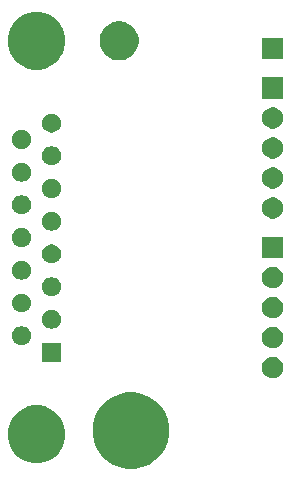
<source format=gbr>
G04 #@! TF.GenerationSoftware,KiCad,Pcbnew,(5.1.5-0-10_14)*
G04 #@! TF.CreationDate,2020-04-14T07:35:52+01:00*
G04 #@! TF.ProjectId,RS422,52533432-322e-46b6-9963-61645f706362,rev?*
G04 #@! TF.SameCoordinates,Original*
G04 #@! TF.FileFunction,Soldermask,Bot*
G04 #@! TF.FilePolarity,Negative*
%FSLAX46Y46*%
G04 Gerber Fmt 4.6, Leading zero omitted, Abs format (unit mm)*
G04 Created by KiCad (PCBNEW (5.1.5-0-10_14)) date 2020-04-14 07:35:52*
%MOMM*%
%LPD*%
G04 APERTURE LIST*
%ADD10C,0.100000*%
G04 APERTURE END LIST*
D10*
G36*
X123254239Y-94391467D02*
G01*
X123568282Y-94453934D01*
X124159926Y-94699001D01*
X124692392Y-95054784D01*
X125145216Y-95507608D01*
X125500999Y-96040074D01*
X125746066Y-96631718D01*
X125746066Y-96631719D01*
X125856135Y-97185070D01*
X125871000Y-97259804D01*
X125871000Y-97900196D01*
X125746066Y-98528282D01*
X125500999Y-99119926D01*
X125145216Y-99652392D01*
X124692392Y-100105216D01*
X124159926Y-100460999D01*
X123568282Y-100706066D01*
X123254239Y-100768533D01*
X122940197Y-100831000D01*
X122299803Y-100831000D01*
X121985761Y-100768533D01*
X121671718Y-100706066D01*
X121080074Y-100460999D01*
X120547608Y-100105216D01*
X120094784Y-99652392D01*
X119739001Y-99119926D01*
X119493934Y-98528282D01*
X119369000Y-97900196D01*
X119369000Y-97259804D01*
X119383866Y-97185070D01*
X119493934Y-96631719D01*
X119493934Y-96631718D01*
X119739001Y-96040074D01*
X120094784Y-95507608D01*
X120547608Y-95054784D01*
X121080074Y-94699001D01*
X121671718Y-94453934D01*
X121985761Y-94391467D01*
X122299803Y-94329000D01*
X122940197Y-94329000D01*
X123254239Y-94391467D01*
G37*
G36*
X115334929Y-95543190D02*
G01*
X115780982Y-95727951D01*
X115780984Y-95727952D01*
X116182421Y-95996184D01*
X116523816Y-96337579D01*
X116720354Y-96631718D01*
X116792049Y-96739018D01*
X116976810Y-97185071D01*
X117071000Y-97658596D01*
X117071000Y-98141404D01*
X116976810Y-98614929D01*
X116792049Y-99060982D01*
X116792048Y-99060984D01*
X116523816Y-99462421D01*
X116182421Y-99803816D01*
X115780984Y-100072048D01*
X115780983Y-100072049D01*
X115780982Y-100072049D01*
X115334929Y-100256810D01*
X114861404Y-100351000D01*
X114378596Y-100351000D01*
X113905071Y-100256810D01*
X113459018Y-100072049D01*
X113459017Y-100072049D01*
X113459016Y-100072048D01*
X113057579Y-99803816D01*
X112716184Y-99462421D01*
X112447952Y-99060984D01*
X112447951Y-99060982D01*
X112263190Y-98614929D01*
X112169000Y-98141404D01*
X112169000Y-97658596D01*
X112263190Y-97185071D01*
X112447951Y-96739018D01*
X112519647Y-96631718D01*
X112716184Y-96337579D01*
X113057579Y-95996184D01*
X113459016Y-95727952D01*
X113459018Y-95727951D01*
X113905071Y-95543190D01*
X114378596Y-95449000D01*
X114861404Y-95449000D01*
X115334929Y-95543190D01*
G37*
G36*
X134733512Y-91343927D02*
G01*
X134882812Y-91373624D01*
X135046784Y-91441544D01*
X135194354Y-91540147D01*
X135319853Y-91665646D01*
X135418456Y-91813216D01*
X135486376Y-91977188D01*
X135521000Y-92151259D01*
X135521000Y-92328741D01*
X135486376Y-92502812D01*
X135418456Y-92666784D01*
X135319853Y-92814354D01*
X135194354Y-92939853D01*
X135046784Y-93038456D01*
X134882812Y-93106376D01*
X134733512Y-93136073D01*
X134708742Y-93141000D01*
X134531258Y-93141000D01*
X134506488Y-93136073D01*
X134357188Y-93106376D01*
X134193216Y-93038456D01*
X134045646Y-92939853D01*
X133920147Y-92814354D01*
X133821544Y-92666784D01*
X133753624Y-92502812D01*
X133719000Y-92328741D01*
X133719000Y-92151259D01*
X133753624Y-91977188D01*
X133821544Y-91813216D01*
X133920147Y-91665646D01*
X134045646Y-91540147D01*
X134193216Y-91441544D01*
X134357188Y-91373624D01*
X134506488Y-91343927D01*
X134531258Y-91339000D01*
X134708742Y-91339000D01*
X134733512Y-91343927D01*
G37*
G36*
X116691000Y-91736000D02*
G01*
X115089000Y-91736000D01*
X115089000Y-90134000D01*
X116691000Y-90134000D01*
X116691000Y-91736000D01*
G37*
G36*
X134733512Y-88803927D02*
G01*
X134882812Y-88833624D01*
X135046784Y-88901544D01*
X135194354Y-89000147D01*
X135319853Y-89125646D01*
X135418456Y-89273216D01*
X135486376Y-89437188D01*
X135521000Y-89611259D01*
X135521000Y-89788741D01*
X135486376Y-89962812D01*
X135418456Y-90126784D01*
X135319853Y-90274354D01*
X135194354Y-90399853D01*
X135046784Y-90498456D01*
X134882812Y-90566376D01*
X134733512Y-90596073D01*
X134708742Y-90601000D01*
X134531258Y-90601000D01*
X134506488Y-90596073D01*
X134357188Y-90566376D01*
X134193216Y-90498456D01*
X134045646Y-90399853D01*
X133920147Y-90274354D01*
X133821544Y-90126784D01*
X133753624Y-89962812D01*
X133719000Y-89788741D01*
X133719000Y-89611259D01*
X133753624Y-89437188D01*
X133821544Y-89273216D01*
X133920147Y-89125646D01*
X134045646Y-89000147D01*
X134193216Y-88901544D01*
X134357188Y-88833624D01*
X134506488Y-88803927D01*
X134531258Y-88799000D01*
X134708742Y-88799000D01*
X134733512Y-88803927D01*
G37*
G36*
X113583642Y-88779781D02*
G01*
X113713632Y-88833625D01*
X113729416Y-88840163D01*
X113860608Y-88927822D01*
X113972178Y-89039392D01*
X114029811Y-89125647D01*
X114059838Y-89170586D01*
X114120219Y-89316358D01*
X114151000Y-89471107D01*
X114151000Y-89628893D01*
X114120219Y-89783642D01*
X114059838Y-89929414D01*
X114059837Y-89929416D01*
X113972178Y-90060608D01*
X113860608Y-90172178D01*
X113729416Y-90259837D01*
X113729415Y-90259838D01*
X113729414Y-90259838D01*
X113583642Y-90320219D01*
X113428893Y-90351000D01*
X113271107Y-90351000D01*
X113116358Y-90320219D01*
X112970586Y-90259838D01*
X112970585Y-90259838D01*
X112970584Y-90259837D01*
X112839392Y-90172178D01*
X112727822Y-90060608D01*
X112640163Y-89929416D01*
X112640162Y-89929414D01*
X112579781Y-89783642D01*
X112549000Y-89628893D01*
X112549000Y-89471107D01*
X112579781Y-89316358D01*
X112640162Y-89170586D01*
X112670189Y-89125647D01*
X112727822Y-89039392D01*
X112839392Y-88927822D01*
X112970584Y-88840163D01*
X112986368Y-88833625D01*
X113116358Y-88779781D01*
X113271107Y-88749000D01*
X113428893Y-88749000D01*
X113583642Y-88779781D01*
G37*
G36*
X116123642Y-87394781D02*
G01*
X116269414Y-87455162D01*
X116269416Y-87455163D01*
X116400608Y-87542822D01*
X116512178Y-87654392D01*
X116565606Y-87734354D01*
X116599838Y-87785586D01*
X116660219Y-87931358D01*
X116691000Y-88086107D01*
X116691000Y-88243893D01*
X116660219Y-88398642D01*
X116599838Y-88544414D01*
X116599837Y-88544416D01*
X116512178Y-88675608D01*
X116400608Y-88787178D01*
X116269416Y-88874837D01*
X116269415Y-88874838D01*
X116269414Y-88874838D01*
X116123642Y-88935219D01*
X115968893Y-88966000D01*
X115811107Y-88966000D01*
X115656358Y-88935219D01*
X115510586Y-88874838D01*
X115510585Y-88874838D01*
X115510584Y-88874837D01*
X115379392Y-88787178D01*
X115267822Y-88675608D01*
X115180163Y-88544416D01*
X115180162Y-88544414D01*
X115119781Y-88398642D01*
X115089000Y-88243893D01*
X115089000Y-88086107D01*
X115119781Y-87931358D01*
X115180162Y-87785586D01*
X115214394Y-87734354D01*
X115267822Y-87654392D01*
X115379392Y-87542822D01*
X115510584Y-87455163D01*
X115510586Y-87455162D01*
X115656358Y-87394781D01*
X115811107Y-87364000D01*
X115968893Y-87364000D01*
X116123642Y-87394781D01*
G37*
G36*
X134733512Y-86263927D02*
G01*
X134882812Y-86293624D01*
X135046784Y-86361544D01*
X135194354Y-86460147D01*
X135319853Y-86585646D01*
X135418456Y-86733216D01*
X135486376Y-86897188D01*
X135521000Y-87071259D01*
X135521000Y-87248741D01*
X135486376Y-87422812D01*
X135418456Y-87586784D01*
X135319853Y-87734354D01*
X135194354Y-87859853D01*
X135046784Y-87958456D01*
X134882812Y-88026376D01*
X134733512Y-88056073D01*
X134708742Y-88061000D01*
X134531258Y-88061000D01*
X134506488Y-88056073D01*
X134357188Y-88026376D01*
X134193216Y-87958456D01*
X134045646Y-87859853D01*
X133920147Y-87734354D01*
X133821544Y-87586784D01*
X133753624Y-87422812D01*
X133719000Y-87248741D01*
X133719000Y-87071259D01*
X133753624Y-86897188D01*
X133821544Y-86733216D01*
X133920147Y-86585646D01*
X134045646Y-86460147D01*
X134193216Y-86361544D01*
X134357188Y-86293624D01*
X134506488Y-86263927D01*
X134531258Y-86259000D01*
X134708742Y-86259000D01*
X134733512Y-86263927D01*
G37*
G36*
X113583642Y-86009781D02*
G01*
X113729414Y-86070162D01*
X113729416Y-86070163D01*
X113860608Y-86157822D01*
X113972178Y-86269392D01*
X114059837Y-86400584D01*
X114059838Y-86400586D01*
X114120219Y-86546358D01*
X114151000Y-86701107D01*
X114151000Y-86858893D01*
X114120219Y-87013642D01*
X114096353Y-87071259D01*
X114059837Y-87159416D01*
X113972178Y-87290608D01*
X113860608Y-87402178D01*
X113729416Y-87489837D01*
X113729415Y-87489838D01*
X113729414Y-87489838D01*
X113583642Y-87550219D01*
X113428893Y-87581000D01*
X113271107Y-87581000D01*
X113116358Y-87550219D01*
X112970586Y-87489838D01*
X112970585Y-87489838D01*
X112970584Y-87489837D01*
X112839392Y-87402178D01*
X112727822Y-87290608D01*
X112640163Y-87159416D01*
X112603647Y-87071259D01*
X112579781Y-87013642D01*
X112549000Y-86858893D01*
X112549000Y-86701107D01*
X112579781Y-86546358D01*
X112640162Y-86400586D01*
X112640163Y-86400584D01*
X112727822Y-86269392D01*
X112839392Y-86157822D01*
X112970584Y-86070163D01*
X112970586Y-86070162D01*
X113116358Y-86009781D01*
X113271107Y-85979000D01*
X113428893Y-85979000D01*
X113583642Y-86009781D01*
G37*
G36*
X116123642Y-84624781D02*
G01*
X116269414Y-84685162D01*
X116269416Y-84685163D01*
X116400608Y-84772822D01*
X116512178Y-84884392D01*
X116599837Y-85015584D01*
X116599838Y-85015586D01*
X116660219Y-85161358D01*
X116691000Y-85316107D01*
X116691000Y-85473893D01*
X116660219Y-85628642D01*
X116599838Y-85774414D01*
X116599837Y-85774416D01*
X116512178Y-85905608D01*
X116400608Y-86017178D01*
X116269416Y-86104837D01*
X116269415Y-86104838D01*
X116269414Y-86104838D01*
X116123642Y-86165219D01*
X115968893Y-86196000D01*
X115811107Y-86196000D01*
X115656358Y-86165219D01*
X115510586Y-86104838D01*
X115510585Y-86104838D01*
X115510584Y-86104837D01*
X115379392Y-86017178D01*
X115267822Y-85905608D01*
X115180163Y-85774416D01*
X115180162Y-85774414D01*
X115119781Y-85628642D01*
X115089000Y-85473893D01*
X115089000Y-85316107D01*
X115119781Y-85161358D01*
X115180162Y-85015586D01*
X115180163Y-85015584D01*
X115267822Y-84884392D01*
X115379392Y-84772822D01*
X115510584Y-84685163D01*
X115510586Y-84685162D01*
X115656358Y-84624781D01*
X115811107Y-84594000D01*
X115968893Y-84594000D01*
X116123642Y-84624781D01*
G37*
G36*
X134733512Y-83723927D02*
G01*
X134882812Y-83753624D01*
X135046784Y-83821544D01*
X135194354Y-83920147D01*
X135319853Y-84045646D01*
X135418456Y-84193216D01*
X135486376Y-84357188D01*
X135516073Y-84506488D01*
X135518882Y-84520608D01*
X135521000Y-84531259D01*
X135521000Y-84708741D01*
X135486376Y-84882812D01*
X135418456Y-85046784D01*
X135319853Y-85194354D01*
X135194354Y-85319853D01*
X135046784Y-85418456D01*
X134882812Y-85486376D01*
X134733512Y-85516073D01*
X134708742Y-85521000D01*
X134531258Y-85521000D01*
X134506488Y-85516073D01*
X134357188Y-85486376D01*
X134193216Y-85418456D01*
X134045646Y-85319853D01*
X133920147Y-85194354D01*
X133821544Y-85046784D01*
X133753624Y-84882812D01*
X133719000Y-84708741D01*
X133719000Y-84531259D01*
X133721119Y-84520608D01*
X133723927Y-84506488D01*
X133753624Y-84357188D01*
X133821544Y-84193216D01*
X133920147Y-84045646D01*
X134045646Y-83920147D01*
X134193216Y-83821544D01*
X134357188Y-83753624D01*
X134506488Y-83723927D01*
X134531258Y-83719000D01*
X134708742Y-83719000D01*
X134733512Y-83723927D01*
G37*
G36*
X113583642Y-83239781D02*
G01*
X113729414Y-83300162D01*
X113729416Y-83300163D01*
X113860608Y-83387822D01*
X113972178Y-83499392D01*
X114059837Y-83630584D01*
X114059838Y-83630586D01*
X114120219Y-83776358D01*
X114151000Y-83931107D01*
X114151000Y-84088893D01*
X114120219Y-84243642D01*
X114073186Y-84357189D01*
X114059837Y-84389416D01*
X113972178Y-84520608D01*
X113860608Y-84632178D01*
X113729416Y-84719837D01*
X113729415Y-84719838D01*
X113729414Y-84719838D01*
X113583642Y-84780219D01*
X113428893Y-84811000D01*
X113271107Y-84811000D01*
X113116358Y-84780219D01*
X112970586Y-84719838D01*
X112970585Y-84719838D01*
X112970584Y-84719837D01*
X112839392Y-84632178D01*
X112727822Y-84520608D01*
X112640163Y-84389416D01*
X112626814Y-84357189D01*
X112579781Y-84243642D01*
X112549000Y-84088893D01*
X112549000Y-83931107D01*
X112579781Y-83776358D01*
X112640162Y-83630586D01*
X112640163Y-83630584D01*
X112727822Y-83499392D01*
X112839392Y-83387822D01*
X112970584Y-83300163D01*
X112970586Y-83300162D01*
X113116358Y-83239781D01*
X113271107Y-83209000D01*
X113428893Y-83209000D01*
X113583642Y-83239781D01*
G37*
G36*
X116123642Y-81854781D02*
G01*
X116269414Y-81915162D01*
X116269416Y-81915163D01*
X116400608Y-82002822D01*
X116512178Y-82114392D01*
X116599837Y-82245584D01*
X116599838Y-82245586D01*
X116660219Y-82391358D01*
X116691000Y-82546107D01*
X116691000Y-82703893D01*
X116660219Y-82858642D01*
X116609536Y-82981000D01*
X116599837Y-83004416D01*
X116512178Y-83135608D01*
X116400608Y-83247178D01*
X116269416Y-83334837D01*
X116269415Y-83334838D01*
X116269414Y-83334838D01*
X116123642Y-83395219D01*
X115968893Y-83426000D01*
X115811107Y-83426000D01*
X115656358Y-83395219D01*
X115510586Y-83334838D01*
X115510585Y-83334838D01*
X115510584Y-83334837D01*
X115379392Y-83247178D01*
X115267822Y-83135608D01*
X115180163Y-83004416D01*
X115170464Y-82981000D01*
X115119781Y-82858642D01*
X115089000Y-82703893D01*
X115089000Y-82546107D01*
X115119781Y-82391358D01*
X115180162Y-82245586D01*
X115180163Y-82245584D01*
X115267822Y-82114392D01*
X115379392Y-82002822D01*
X115510584Y-81915163D01*
X115510586Y-81915162D01*
X115656358Y-81854781D01*
X115811107Y-81824000D01*
X115968893Y-81824000D01*
X116123642Y-81854781D01*
G37*
G36*
X135521000Y-82981000D02*
G01*
X133719000Y-82981000D01*
X133719000Y-81179000D01*
X135521000Y-81179000D01*
X135521000Y-82981000D01*
G37*
G36*
X113583642Y-80469781D02*
G01*
X113729414Y-80530162D01*
X113729416Y-80530163D01*
X113860608Y-80617822D01*
X113972178Y-80729392D01*
X114059837Y-80860584D01*
X114059838Y-80860586D01*
X114120219Y-81006358D01*
X114151000Y-81161107D01*
X114151000Y-81318893D01*
X114120219Y-81473642D01*
X114059838Y-81619414D01*
X114059837Y-81619416D01*
X113972178Y-81750608D01*
X113860608Y-81862178D01*
X113729416Y-81949837D01*
X113729415Y-81949838D01*
X113729414Y-81949838D01*
X113583642Y-82010219D01*
X113428893Y-82041000D01*
X113271107Y-82041000D01*
X113116358Y-82010219D01*
X112970586Y-81949838D01*
X112970585Y-81949838D01*
X112970584Y-81949837D01*
X112839392Y-81862178D01*
X112727822Y-81750608D01*
X112640163Y-81619416D01*
X112640162Y-81619414D01*
X112579781Y-81473642D01*
X112549000Y-81318893D01*
X112549000Y-81161107D01*
X112579781Y-81006358D01*
X112640162Y-80860586D01*
X112640163Y-80860584D01*
X112727822Y-80729392D01*
X112839392Y-80617822D01*
X112970584Y-80530163D01*
X112970586Y-80530162D01*
X113116358Y-80469781D01*
X113271107Y-80439000D01*
X113428893Y-80439000D01*
X113583642Y-80469781D01*
G37*
G36*
X116123642Y-79084781D02*
G01*
X116269414Y-79145162D01*
X116269416Y-79145163D01*
X116400608Y-79232822D01*
X116512178Y-79344392D01*
X116575962Y-79439853D01*
X116599838Y-79475586D01*
X116660219Y-79621358D01*
X116691000Y-79776107D01*
X116691000Y-79933893D01*
X116660219Y-80088642D01*
X116599838Y-80234414D01*
X116599837Y-80234416D01*
X116512178Y-80365608D01*
X116400608Y-80477178D01*
X116269416Y-80564837D01*
X116269415Y-80564838D01*
X116269414Y-80564838D01*
X116123642Y-80625219D01*
X115968893Y-80656000D01*
X115811107Y-80656000D01*
X115656358Y-80625219D01*
X115510586Y-80564838D01*
X115510585Y-80564838D01*
X115510584Y-80564837D01*
X115379392Y-80477178D01*
X115267822Y-80365608D01*
X115180163Y-80234416D01*
X115180162Y-80234414D01*
X115119781Y-80088642D01*
X115089000Y-79933893D01*
X115089000Y-79776107D01*
X115119781Y-79621358D01*
X115180162Y-79475586D01*
X115204038Y-79439853D01*
X115267822Y-79344392D01*
X115379392Y-79232822D01*
X115510584Y-79145163D01*
X115510586Y-79145162D01*
X115656358Y-79084781D01*
X115811107Y-79054000D01*
X115968893Y-79054000D01*
X116123642Y-79084781D01*
G37*
G36*
X134733512Y-77843927D02*
G01*
X134882812Y-77873624D01*
X135046784Y-77941544D01*
X135194354Y-78040147D01*
X135319853Y-78165646D01*
X135418456Y-78313216D01*
X135486376Y-78477188D01*
X135521000Y-78651259D01*
X135521000Y-78828741D01*
X135486376Y-79002812D01*
X135418456Y-79166784D01*
X135319853Y-79314354D01*
X135194354Y-79439853D01*
X135046784Y-79538456D01*
X134882812Y-79606376D01*
X134733512Y-79636073D01*
X134708742Y-79641000D01*
X134531258Y-79641000D01*
X134506488Y-79636073D01*
X134357188Y-79606376D01*
X134193216Y-79538456D01*
X134045646Y-79439853D01*
X133920147Y-79314354D01*
X133821544Y-79166784D01*
X133753624Y-79002812D01*
X133719000Y-78828741D01*
X133719000Y-78651259D01*
X133753624Y-78477188D01*
X133821544Y-78313216D01*
X133920147Y-78165646D01*
X134045646Y-78040147D01*
X134193216Y-77941544D01*
X134357188Y-77873624D01*
X134506488Y-77843927D01*
X134531258Y-77839000D01*
X134708742Y-77839000D01*
X134733512Y-77843927D01*
G37*
G36*
X113583642Y-77699781D02*
G01*
X113729414Y-77760162D01*
X113729416Y-77760163D01*
X113860608Y-77847822D01*
X113972178Y-77959392D01*
X114026136Y-78040147D01*
X114059838Y-78090586D01*
X114120219Y-78236358D01*
X114151000Y-78391107D01*
X114151000Y-78548893D01*
X114120219Y-78703642D01*
X114059838Y-78849414D01*
X114059837Y-78849416D01*
X113972178Y-78980608D01*
X113860608Y-79092178D01*
X113729416Y-79179837D01*
X113729415Y-79179838D01*
X113729414Y-79179838D01*
X113583642Y-79240219D01*
X113428893Y-79271000D01*
X113271107Y-79271000D01*
X113116358Y-79240219D01*
X112970586Y-79179838D01*
X112970585Y-79179838D01*
X112970584Y-79179837D01*
X112839392Y-79092178D01*
X112727822Y-78980608D01*
X112640163Y-78849416D01*
X112640162Y-78849414D01*
X112579781Y-78703642D01*
X112549000Y-78548893D01*
X112549000Y-78391107D01*
X112579781Y-78236358D01*
X112640162Y-78090586D01*
X112673864Y-78040147D01*
X112727822Y-77959392D01*
X112839392Y-77847822D01*
X112970584Y-77760163D01*
X112970586Y-77760162D01*
X113116358Y-77699781D01*
X113271107Y-77669000D01*
X113428893Y-77669000D01*
X113583642Y-77699781D01*
G37*
G36*
X116123642Y-76314781D02*
G01*
X116269414Y-76375162D01*
X116269416Y-76375163D01*
X116400608Y-76462822D01*
X116512178Y-76574392D01*
X116599837Y-76705584D01*
X116599838Y-76705586D01*
X116660219Y-76851358D01*
X116691000Y-77006107D01*
X116691000Y-77163893D01*
X116660219Y-77318642D01*
X116599838Y-77464414D01*
X116599837Y-77464416D01*
X116512178Y-77595608D01*
X116400608Y-77707178D01*
X116269416Y-77794837D01*
X116269415Y-77794838D01*
X116269414Y-77794838D01*
X116123642Y-77855219D01*
X115968893Y-77886000D01*
X115811107Y-77886000D01*
X115656358Y-77855219D01*
X115510586Y-77794838D01*
X115510585Y-77794838D01*
X115510584Y-77794837D01*
X115379392Y-77707178D01*
X115267822Y-77595608D01*
X115180163Y-77464416D01*
X115180162Y-77464414D01*
X115119781Y-77318642D01*
X115089000Y-77163893D01*
X115089000Y-77006107D01*
X115119781Y-76851358D01*
X115180162Y-76705586D01*
X115180163Y-76705584D01*
X115267822Y-76574392D01*
X115379392Y-76462822D01*
X115510584Y-76375163D01*
X115510586Y-76375162D01*
X115656358Y-76314781D01*
X115811107Y-76284000D01*
X115968893Y-76284000D01*
X116123642Y-76314781D01*
G37*
G36*
X134733512Y-75303927D02*
G01*
X134882812Y-75333624D01*
X135046784Y-75401544D01*
X135194354Y-75500147D01*
X135319853Y-75625646D01*
X135418456Y-75773216D01*
X135486376Y-75937188D01*
X135521000Y-76111259D01*
X135521000Y-76288741D01*
X135486376Y-76462812D01*
X135418456Y-76626784D01*
X135319853Y-76774354D01*
X135194354Y-76899853D01*
X135046784Y-76998456D01*
X134882812Y-77066376D01*
X134733512Y-77096073D01*
X134708742Y-77101000D01*
X134531258Y-77101000D01*
X134506488Y-77096073D01*
X134357188Y-77066376D01*
X134193216Y-76998456D01*
X134045646Y-76899853D01*
X133920147Y-76774354D01*
X133821544Y-76626784D01*
X133753624Y-76462812D01*
X133719000Y-76288741D01*
X133719000Y-76111259D01*
X133753624Y-75937188D01*
X133821544Y-75773216D01*
X133920147Y-75625646D01*
X134045646Y-75500147D01*
X134193216Y-75401544D01*
X134357188Y-75333624D01*
X134506488Y-75303927D01*
X134531258Y-75299000D01*
X134708742Y-75299000D01*
X134733512Y-75303927D01*
G37*
G36*
X113583642Y-74929781D02*
G01*
X113729414Y-74990162D01*
X113729416Y-74990163D01*
X113860608Y-75077822D01*
X113972178Y-75189392D01*
X114045415Y-75299000D01*
X114059838Y-75320586D01*
X114120219Y-75466358D01*
X114151000Y-75621107D01*
X114151000Y-75778893D01*
X114120219Y-75933642D01*
X114059838Y-76079414D01*
X114059837Y-76079416D01*
X113972178Y-76210608D01*
X113860608Y-76322178D01*
X113729416Y-76409837D01*
X113729415Y-76409838D01*
X113729414Y-76409838D01*
X113583642Y-76470219D01*
X113428893Y-76501000D01*
X113271107Y-76501000D01*
X113116358Y-76470219D01*
X112970586Y-76409838D01*
X112970585Y-76409838D01*
X112970584Y-76409837D01*
X112839392Y-76322178D01*
X112727822Y-76210608D01*
X112640163Y-76079416D01*
X112640162Y-76079414D01*
X112579781Y-75933642D01*
X112549000Y-75778893D01*
X112549000Y-75621107D01*
X112579781Y-75466358D01*
X112640162Y-75320586D01*
X112654585Y-75299000D01*
X112727822Y-75189392D01*
X112839392Y-75077822D01*
X112970584Y-74990163D01*
X112970586Y-74990162D01*
X113116358Y-74929781D01*
X113271107Y-74899000D01*
X113428893Y-74899000D01*
X113583642Y-74929781D01*
G37*
G36*
X116123642Y-73544781D02*
G01*
X116269414Y-73605162D01*
X116269416Y-73605163D01*
X116400608Y-73692822D01*
X116512178Y-73804392D01*
X116591302Y-73922811D01*
X116599838Y-73935586D01*
X116660219Y-74081358D01*
X116691000Y-74236107D01*
X116691000Y-74393893D01*
X116660219Y-74548642D01*
X116655100Y-74561000D01*
X116599837Y-74694416D01*
X116512178Y-74825608D01*
X116400608Y-74937178D01*
X116269416Y-75024837D01*
X116269415Y-75024838D01*
X116269414Y-75024838D01*
X116123642Y-75085219D01*
X115968893Y-75116000D01*
X115811107Y-75116000D01*
X115656358Y-75085219D01*
X115510586Y-75024838D01*
X115510585Y-75024838D01*
X115510584Y-75024837D01*
X115379392Y-74937178D01*
X115267822Y-74825608D01*
X115180163Y-74694416D01*
X115124900Y-74561000D01*
X115119781Y-74548642D01*
X115089000Y-74393893D01*
X115089000Y-74236107D01*
X115119781Y-74081358D01*
X115180162Y-73935586D01*
X115188698Y-73922811D01*
X115267822Y-73804392D01*
X115379392Y-73692822D01*
X115510584Y-73605163D01*
X115510586Y-73605162D01*
X115656358Y-73544781D01*
X115811107Y-73514000D01*
X115968893Y-73514000D01*
X116123642Y-73544781D01*
G37*
G36*
X134733512Y-72763927D02*
G01*
X134882812Y-72793624D01*
X135046784Y-72861544D01*
X135194354Y-72960147D01*
X135319853Y-73085646D01*
X135418456Y-73233216D01*
X135486376Y-73397188D01*
X135521000Y-73571259D01*
X135521000Y-73748741D01*
X135486376Y-73922812D01*
X135418456Y-74086784D01*
X135319853Y-74234354D01*
X135194354Y-74359853D01*
X135046784Y-74458456D01*
X134882812Y-74526376D01*
X134733512Y-74556073D01*
X134708742Y-74561000D01*
X134531258Y-74561000D01*
X134506488Y-74556073D01*
X134357188Y-74526376D01*
X134193216Y-74458456D01*
X134045646Y-74359853D01*
X133920147Y-74234354D01*
X133821544Y-74086784D01*
X133753624Y-73922812D01*
X133719000Y-73748741D01*
X133719000Y-73571259D01*
X133753624Y-73397188D01*
X133821544Y-73233216D01*
X133920147Y-73085646D01*
X134045646Y-72960147D01*
X134193216Y-72861544D01*
X134357188Y-72793624D01*
X134506488Y-72763927D01*
X134531258Y-72759000D01*
X134708742Y-72759000D01*
X134733512Y-72763927D01*
G37*
G36*
X113583642Y-72159781D02*
G01*
X113729414Y-72220162D01*
X113729416Y-72220163D01*
X113860608Y-72307822D01*
X113972178Y-72419392D01*
X114059837Y-72550584D01*
X114059838Y-72550586D01*
X114120219Y-72696358D01*
X114151000Y-72851107D01*
X114151000Y-73008893D01*
X114120219Y-73163642D01*
X114059838Y-73309414D01*
X114059837Y-73309416D01*
X113972178Y-73440608D01*
X113860608Y-73552178D01*
X113729416Y-73639837D01*
X113729415Y-73639838D01*
X113729414Y-73639838D01*
X113583642Y-73700219D01*
X113428893Y-73731000D01*
X113271107Y-73731000D01*
X113116358Y-73700219D01*
X112970586Y-73639838D01*
X112970585Y-73639838D01*
X112970584Y-73639837D01*
X112839392Y-73552178D01*
X112727822Y-73440608D01*
X112640163Y-73309416D01*
X112640162Y-73309414D01*
X112579781Y-73163642D01*
X112549000Y-73008893D01*
X112549000Y-72851107D01*
X112579781Y-72696358D01*
X112640162Y-72550586D01*
X112640163Y-72550584D01*
X112727822Y-72419392D01*
X112839392Y-72307822D01*
X112970584Y-72220163D01*
X112970586Y-72220162D01*
X113116358Y-72159781D01*
X113271107Y-72129000D01*
X113428893Y-72129000D01*
X113583642Y-72159781D01*
G37*
G36*
X116123642Y-70774781D02*
G01*
X116269414Y-70835162D01*
X116269416Y-70835163D01*
X116400608Y-70922822D01*
X116512178Y-71034392D01*
X116599837Y-71165584D01*
X116599838Y-71165586D01*
X116660219Y-71311358D01*
X116691000Y-71466107D01*
X116691000Y-71623893D01*
X116660219Y-71778642D01*
X116602306Y-71918456D01*
X116599837Y-71924416D01*
X116512178Y-72055608D01*
X116400608Y-72167178D01*
X116269416Y-72254837D01*
X116269415Y-72254838D01*
X116269414Y-72254838D01*
X116123642Y-72315219D01*
X115968893Y-72346000D01*
X115811107Y-72346000D01*
X115656358Y-72315219D01*
X115510586Y-72254838D01*
X115510585Y-72254838D01*
X115510584Y-72254837D01*
X115379392Y-72167178D01*
X115267822Y-72055608D01*
X115180163Y-71924416D01*
X115177694Y-71918456D01*
X115119781Y-71778642D01*
X115089000Y-71623893D01*
X115089000Y-71466107D01*
X115119781Y-71311358D01*
X115180162Y-71165586D01*
X115180163Y-71165584D01*
X115267822Y-71034392D01*
X115379392Y-70922822D01*
X115510584Y-70835163D01*
X115510586Y-70835162D01*
X115656358Y-70774781D01*
X115811107Y-70744000D01*
X115968893Y-70744000D01*
X116123642Y-70774781D01*
G37*
G36*
X134733512Y-70223927D02*
G01*
X134882812Y-70253624D01*
X135046784Y-70321544D01*
X135194354Y-70420147D01*
X135319853Y-70545646D01*
X135418456Y-70693216D01*
X135486376Y-70857188D01*
X135521000Y-71031259D01*
X135521000Y-71208741D01*
X135486376Y-71382812D01*
X135418456Y-71546784D01*
X135319853Y-71694354D01*
X135194354Y-71819853D01*
X135046784Y-71918456D01*
X134882812Y-71986376D01*
X134733512Y-72016073D01*
X134708742Y-72021000D01*
X134531258Y-72021000D01*
X134506488Y-72016073D01*
X134357188Y-71986376D01*
X134193216Y-71918456D01*
X134045646Y-71819853D01*
X133920147Y-71694354D01*
X133821544Y-71546784D01*
X133753624Y-71382812D01*
X133719000Y-71208741D01*
X133719000Y-71031259D01*
X133753624Y-70857188D01*
X133821544Y-70693216D01*
X133920147Y-70545646D01*
X134045646Y-70420147D01*
X134193216Y-70321544D01*
X134357188Y-70253624D01*
X134506488Y-70223927D01*
X134531258Y-70219000D01*
X134708742Y-70219000D01*
X134733512Y-70223927D01*
G37*
G36*
X135521000Y-69481000D02*
G01*
X133719000Y-69481000D01*
X133719000Y-67679000D01*
X135521000Y-67679000D01*
X135521000Y-69481000D01*
G37*
G36*
X115334929Y-62223190D02*
G01*
X115780982Y-62407951D01*
X115780984Y-62407952D01*
X116182421Y-62676184D01*
X116523816Y-63017579D01*
X116710910Y-63297584D01*
X116792049Y-63419018D01*
X116976810Y-63865071D01*
X117071000Y-64338596D01*
X117071000Y-64821404D01*
X116976810Y-65294929D01*
X116837005Y-65632449D01*
X116792048Y-65740984D01*
X116523816Y-66142421D01*
X116182421Y-66483816D01*
X115780984Y-66752048D01*
X115780983Y-66752049D01*
X115780982Y-66752049D01*
X115334929Y-66936810D01*
X114861404Y-67031000D01*
X114378596Y-67031000D01*
X113905071Y-66936810D01*
X113459018Y-66752049D01*
X113459017Y-66752049D01*
X113459016Y-66752048D01*
X113057579Y-66483816D01*
X112716184Y-66142421D01*
X112447952Y-65740984D01*
X112402995Y-65632449D01*
X112263190Y-65294929D01*
X112169000Y-64821404D01*
X112169000Y-64338596D01*
X112263190Y-63865071D01*
X112447951Y-63419018D01*
X112529091Y-63297584D01*
X112716184Y-63017579D01*
X113057579Y-62676184D01*
X113459016Y-62407952D01*
X113459018Y-62407951D01*
X113905071Y-62223190D01*
X114378596Y-62129000D01*
X114861404Y-62129000D01*
X115334929Y-62223190D01*
G37*
G36*
X121995256Y-62971298D02*
G01*
X122101579Y-62992447D01*
X122402042Y-63116903D01*
X122672451Y-63297585D01*
X122902415Y-63527549D01*
X123083097Y-63797958D01*
X123207553Y-64098421D01*
X123271000Y-64417391D01*
X123271000Y-64742609D01*
X123207553Y-65061579D01*
X123083097Y-65362042D01*
X122902415Y-65632451D01*
X122672451Y-65862415D01*
X122402042Y-66043097D01*
X122101579Y-66167553D01*
X121995256Y-66188702D01*
X121782611Y-66231000D01*
X121457389Y-66231000D01*
X121244744Y-66188702D01*
X121138421Y-66167553D01*
X120837958Y-66043097D01*
X120567549Y-65862415D01*
X120337585Y-65632451D01*
X120156903Y-65362042D01*
X120032447Y-65061579D01*
X119969000Y-64742609D01*
X119969000Y-64417391D01*
X120032447Y-64098421D01*
X120156903Y-63797958D01*
X120337585Y-63527549D01*
X120567549Y-63297585D01*
X120837958Y-63116903D01*
X121138421Y-62992447D01*
X121244744Y-62971298D01*
X121457389Y-62929000D01*
X121782611Y-62929000D01*
X121995256Y-62971298D01*
G37*
G36*
X135521000Y-66141000D02*
G01*
X133719000Y-66141000D01*
X133719000Y-64339000D01*
X135521000Y-64339000D01*
X135521000Y-66141000D01*
G37*
M02*

</source>
